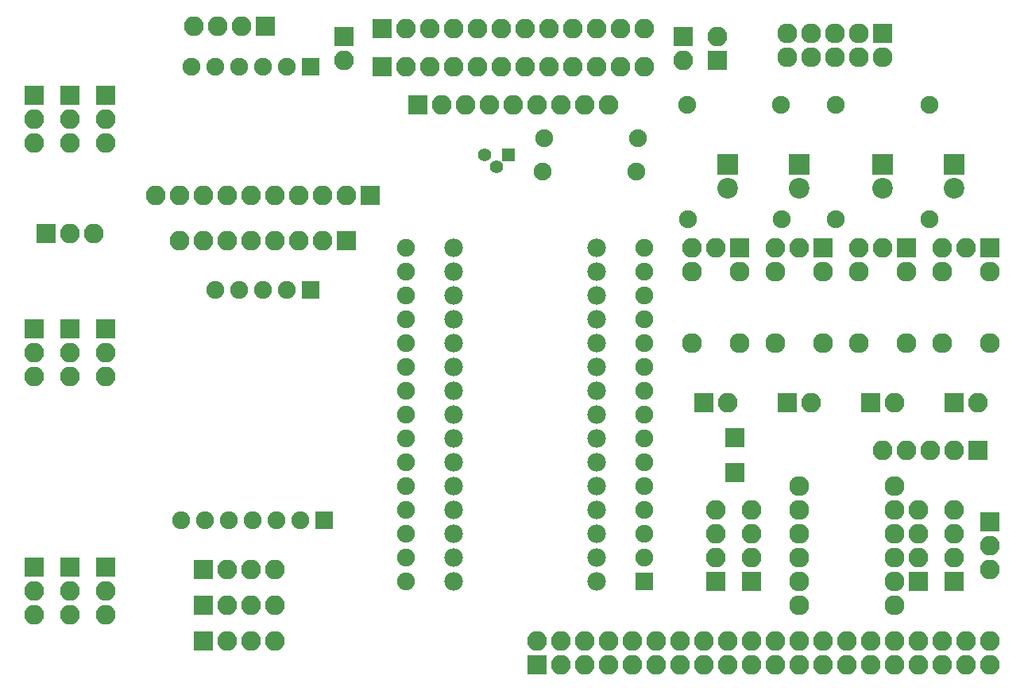
<source format=gbr>
G04 #@! TF.FileFunction,Soldermask,Bot*
%FSLAX46Y46*%
G04 Gerber Fmt 4.6, Leading zero omitted, Abs format (unit mm)*
G04 Created by KiCad (PCBNEW 4.0.7+dfsg1-1~bpo8+1) date Thu Sep  6 01:00:45 2018*
%MOMM*%
%LPD*%
G01*
G04 APERTURE LIST*
%ADD10C,0.100000*%
%ADD11C,1.900000*%
%ADD12R,1.900000X1.900000*%
%ADD13R,2.200000X2.200000*%
%ADD14C,2.200000*%
%ADD15R,2.100000X2.100000*%
%ADD16O,2.100000X2.100000*%
%ADD17O,1.900000X1.900000*%
%ADD18C,2.127200*%
%ADD19C,1.974800*%
%ADD20C,1.400000*%
%ADD21R,1.400000X1.400000*%
%ADD22R,2.127200X2.127200*%
G04 APERTURE END LIST*
D10*
D11*
X185420000Y-99060000D03*
D12*
X210820000Y-99060000D03*
D11*
X185420000Y-96520000D03*
X210820000Y-96520000D03*
X185420000Y-93980000D03*
X210820000Y-93980000D03*
X185420000Y-91440000D03*
X210820000Y-91440000D03*
X185420000Y-88900000D03*
X210820000Y-88900000D03*
X185420000Y-86360000D03*
X210820000Y-86360000D03*
X185420000Y-83820000D03*
X210820000Y-83820000D03*
X185420000Y-81280000D03*
X210820000Y-81280000D03*
X185420000Y-78740000D03*
X210820000Y-78740000D03*
X185420000Y-76200000D03*
X210820000Y-76200000D03*
X185420000Y-73660000D03*
X210820000Y-73660000D03*
X185420000Y-71120000D03*
X210820000Y-71120000D03*
X185420000Y-68580000D03*
X210820000Y-68580000D03*
X185420000Y-66040000D03*
X210820000Y-66040000D03*
X185420000Y-63500000D03*
X210820000Y-63500000D03*
D13*
X243840000Y-54610000D03*
D14*
X243840000Y-57150000D03*
D13*
X236220000Y-54610000D03*
D14*
X236220000Y-57150000D03*
D13*
X227330000Y-54610000D03*
D14*
X227330000Y-57150000D03*
D13*
X219710000Y-54610000D03*
D14*
X219710000Y-57150000D03*
D15*
X145796000Y-47244000D03*
D16*
X145796000Y-49784000D03*
X145796000Y-52324000D03*
D15*
X145796000Y-72136000D03*
D16*
X145796000Y-74676000D03*
X145796000Y-77216000D03*
D15*
X145796000Y-97536000D03*
D16*
X145796000Y-100076000D03*
X145796000Y-102616000D03*
D15*
X153416000Y-47244000D03*
D16*
X153416000Y-49784000D03*
X153416000Y-52324000D03*
D15*
X153416000Y-72136000D03*
D16*
X153416000Y-74676000D03*
X153416000Y-77216000D03*
D15*
X153416000Y-97536000D03*
D16*
X153416000Y-100076000D03*
X153416000Y-102616000D03*
D15*
X149606000Y-47244000D03*
D16*
X149606000Y-49784000D03*
X149606000Y-52324000D03*
D15*
X149606000Y-72136000D03*
D16*
X149606000Y-74676000D03*
X149606000Y-77216000D03*
D15*
X149606000Y-97536000D03*
D16*
X149606000Y-100076000D03*
X149606000Y-102616000D03*
D15*
X243840000Y-99060000D03*
D16*
X243840000Y-96520000D03*
X243840000Y-93980000D03*
X243840000Y-91440000D03*
D15*
X240030000Y-99060000D03*
D16*
X240030000Y-96520000D03*
X240030000Y-93980000D03*
X240030000Y-91440000D03*
D15*
X247650000Y-92710000D03*
D16*
X247650000Y-95250000D03*
X247650000Y-97790000D03*
D15*
X222250000Y-99060000D03*
D16*
X222250000Y-96520000D03*
X222250000Y-93980000D03*
X222250000Y-91440000D03*
D15*
X218440000Y-99060000D03*
D16*
X218440000Y-96520000D03*
X218440000Y-93980000D03*
X218440000Y-91440000D03*
D15*
X163830000Y-101600000D03*
D16*
X166370000Y-101600000D03*
X168910000Y-101600000D03*
X171450000Y-101600000D03*
D15*
X163830000Y-97790000D03*
D16*
X166370000Y-97790000D03*
X168910000Y-97790000D03*
X171450000Y-97790000D03*
D17*
X231220000Y-60452000D03*
X241220000Y-60452000D03*
X241220000Y-48260000D03*
X231220000Y-48260000D03*
X215472000Y-60452000D03*
X225472000Y-60452000D03*
X225392000Y-48260000D03*
X215392000Y-48260000D03*
D15*
X170434000Y-39878000D03*
D16*
X167894000Y-39878000D03*
X165354000Y-39878000D03*
X162814000Y-39878000D03*
D12*
X175260000Y-44196000D03*
D17*
X172720000Y-44196000D03*
X170180000Y-44196000D03*
X167640000Y-44196000D03*
X165100000Y-44196000D03*
X162560000Y-44196000D03*
D15*
X181610000Y-57912000D03*
D16*
X179070000Y-57912000D03*
X176530000Y-57912000D03*
X173990000Y-57912000D03*
X171450000Y-57912000D03*
X168910000Y-57912000D03*
X166370000Y-57912000D03*
X163830000Y-57912000D03*
X161290000Y-57912000D03*
X158750000Y-57912000D03*
D15*
X179070000Y-62738000D03*
D16*
X176530000Y-62738000D03*
X173990000Y-62738000D03*
X171450000Y-62738000D03*
X168910000Y-62738000D03*
X166370000Y-62738000D03*
X163830000Y-62738000D03*
X161290000Y-62738000D03*
D12*
X176657000Y-92514000D03*
X175260000Y-68014000D03*
D11*
X174117000Y-92514000D03*
X172720000Y-68014000D03*
X171577000Y-92514000D03*
X170180000Y-68014000D03*
X169037000Y-92514000D03*
X167640000Y-68014000D03*
X166497000Y-92514000D03*
X165100000Y-68014000D03*
X163957000Y-92514000D03*
X161417000Y-92514000D03*
D18*
X237490000Y-101600000D03*
X237490000Y-99060000D03*
X237490000Y-96520000D03*
X237490000Y-93980000D03*
X237490000Y-91440000D03*
X237490000Y-88900000D03*
X227330000Y-88900000D03*
X227330000Y-91440000D03*
X227330000Y-93980000D03*
X227330000Y-96520000D03*
X227330000Y-99060000D03*
X227330000Y-101600000D03*
D19*
X205740000Y-63500000D03*
X190500000Y-63500000D03*
X205740000Y-66040000D03*
X190500000Y-66040000D03*
X205740000Y-68580000D03*
X190500000Y-68580000D03*
X205740000Y-71120000D03*
X190500000Y-71120000D03*
X205740000Y-73660000D03*
X190500000Y-73660000D03*
X205740000Y-76200000D03*
X190500000Y-76200000D03*
X205740000Y-78740000D03*
X190500000Y-78740000D03*
X205740000Y-81280000D03*
X190500000Y-81280000D03*
X205740000Y-83820000D03*
X190500000Y-83820000D03*
X205740000Y-86360000D03*
X190500000Y-86360000D03*
X205740000Y-88900000D03*
X190500000Y-88900000D03*
X205740000Y-91440000D03*
X190500000Y-91440000D03*
X205740000Y-93980000D03*
X190500000Y-93980000D03*
X205740000Y-96520000D03*
X190500000Y-96520000D03*
X205740000Y-99060000D03*
X190500000Y-99060000D03*
D15*
X246380000Y-85090000D03*
D16*
X243840000Y-85090000D03*
X241300000Y-85090000D03*
X238760000Y-85090000D03*
X236220000Y-85090000D03*
D15*
X243840000Y-80010000D03*
D16*
X246380000Y-80010000D03*
D15*
X234950000Y-80010000D03*
D16*
X237490000Y-80010000D03*
D15*
X226060000Y-80010000D03*
D16*
X228600000Y-80010000D03*
D15*
X217170000Y-80010000D03*
D16*
X219710000Y-80010000D03*
D15*
X147066000Y-61976000D03*
D16*
X149606000Y-61976000D03*
X152146000Y-61976000D03*
D15*
X220500000Y-83750000D03*
X220500000Y-87500000D03*
X182880000Y-40132000D03*
D16*
X185420000Y-40132000D03*
X187960000Y-40132000D03*
X190500000Y-40132000D03*
X193040000Y-40132000D03*
X195580000Y-40132000D03*
X198120000Y-40132000D03*
X200660000Y-40132000D03*
X203200000Y-40132000D03*
X205740000Y-40132000D03*
X208280000Y-40132000D03*
X210820000Y-40132000D03*
D15*
X186690000Y-48260000D03*
D16*
X189230000Y-48260000D03*
X191770000Y-48260000D03*
X194310000Y-48260000D03*
X196850000Y-48260000D03*
X199390000Y-48260000D03*
X201930000Y-48260000D03*
X204470000Y-48260000D03*
X207010000Y-48260000D03*
D15*
X247650000Y-63500000D03*
D16*
X245110000Y-63500000D03*
X242570000Y-63500000D03*
D15*
X238760000Y-63500000D03*
D16*
X236220000Y-63500000D03*
X233680000Y-63500000D03*
D15*
X229844600Y-63500000D03*
D16*
X227304600Y-63500000D03*
X224764600Y-63500000D03*
D15*
X220980000Y-63500000D03*
D16*
X218440000Y-63500000D03*
X215900000Y-63500000D03*
D20*
X195072000Y-54864000D03*
X193802000Y-53594000D03*
D21*
X196342000Y-53594000D03*
D17*
X199978000Y-55372000D03*
X209978000Y-55372000D03*
X210152000Y-51816000D03*
X200152000Y-51816000D03*
D18*
X247650000Y-66040000D03*
X247650000Y-73660000D03*
X242570000Y-73660000D03*
X242570000Y-66040000D03*
X238760000Y-66040000D03*
X238760000Y-73660000D03*
X233680000Y-73660000D03*
X233680000Y-66040000D03*
X229870000Y-66040000D03*
X229870000Y-73660000D03*
X224790000Y-73660000D03*
X224790000Y-66040000D03*
X220980000Y-66040000D03*
X220980000Y-73660000D03*
X215900000Y-73660000D03*
X215900000Y-66040000D03*
D15*
X199390000Y-107950000D03*
D16*
X199390000Y-105410000D03*
X201930000Y-107950000D03*
X201930000Y-105410000D03*
X204470000Y-107950000D03*
X204470000Y-105410000D03*
X207010000Y-107950000D03*
X207010000Y-105410000D03*
X209550000Y-107950000D03*
X209550000Y-105410000D03*
X212090000Y-107950000D03*
X212090000Y-105410000D03*
X214630000Y-107950000D03*
X214630000Y-105410000D03*
X217170000Y-107950000D03*
X217170000Y-105410000D03*
X219710000Y-107950000D03*
X219710000Y-105410000D03*
X222250000Y-107950000D03*
X222250000Y-105410000D03*
X224790000Y-107950000D03*
X224790000Y-105410000D03*
X227330000Y-107950000D03*
X227330000Y-105410000D03*
X229870000Y-107950000D03*
X229870000Y-105410000D03*
X232410000Y-107950000D03*
X232410000Y-105410000D03*
X234950000Y-107950000D03*
X234950000Y-105410000D03*
X237490000Y-107950000D03*
X237490000Y-105410000D03*
X240030000Y-107950000D03*
X240030000Y-105410000D03*
X242570000Y-107950000D03*
X242570000Y-105410000D03*
X245110000Y-107950000D03*
X245110000Y-105410000D03*
X247650000Y-107950000D03*
X247650000Y-105410000D03*
D15*
X182880000Y-44196000D03*
D16*
X185420000Y-44196000D03*
X187960000Y-44196000D03*
X190500000Y-44196000D03*
X193040000Y-44196000D03*
X195580000Y-44196000D03*
X198120000Y-44196000D03*
X200660000Y-44196000D03*
X203200000Y-44196000D03*
X205740000Y-44196000D03*
X208280000Y-44196000D03*
X210820000Y-44196000D03*
D15*
X163830000Y-105410000D03*
D16*
X166370000Y-105410000D03*
X168910000Y-105410000D03*
X171450000Y-105410000D03*
D15*
X178816000Y-40995600D03*
D16*
X178816000Y-43535600D03*
D15*
X214922100Y-40982900D03*
D16*
X214922100Y-43522900D03*
D15*
X218592400Y-43522900D03*
D16*
X218592400Y-40982900D03*
D22*
X236220000Y-40640000D03*
D18*
X236220000Y-43180000D03*
X233680000Y-40640000D03*
X233680000Y-43180000D03*
X231140000Y-40640000D03*
X231140000Y-43180000D03*
X228600000Y-40640000D03*
X228600000Y-43180000D03*
X226060000Y-40640000D03*
X226060000Y-43180000D03*
M02*

</source>
